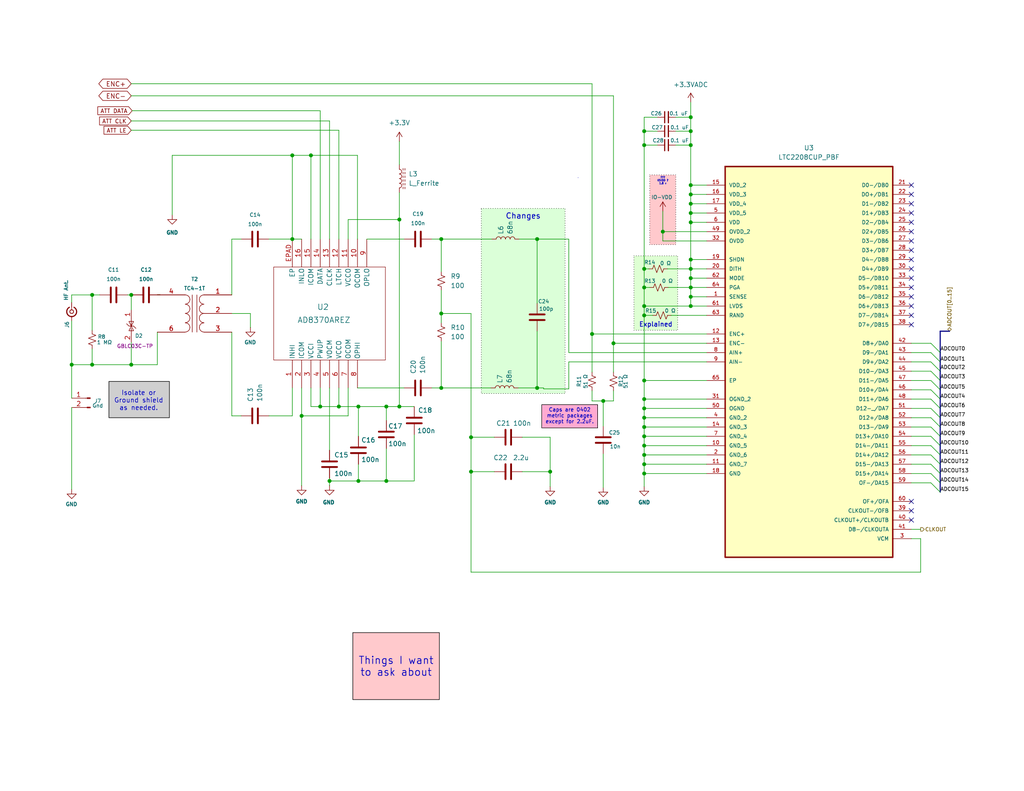
<source format=kicad_sch>
(kicad_sch (version 20231120) (generator "eeschema") (generator_version "8.0")
  (paper "A")
  (title_block (title "PSWS-HF103-proto") (date "2025-06-23") (rev "0.1.0") (company "Dave Witten, KD0EAG") (comment 2 "[ A Minimalist Rework of HF-103 designed by Oskar Stella, ik1xpv ]") (comment 3 "Infineon/Cypress  FX3 DevKit and LTC2208 Demo modules") (comment 4 "A development straw-man based on the"))
  (lib_symbols
    (symbol "AD8370:AD8370AREZ" (pin_names (offset 0.254))
      (property "Reference" "U" (at 20.32 10.16 0))
      (property "Value" "AD8370AREZ" (at 20.32 7.62 0))
      (symbol "AD8370AREZ_0_1"
        (polyline (pts (xy 7.62 -25.4) (xy 33.02 -25.4)) (stroke (width 0.127)))
        (polyline (pts (xy 7.62 5.08) (xy 7.62 -25.4)) (stroke (width 0.127)))
        (polyline (pts (xy 33.02 -25.4) (xy 33.02 5.08)) (stroke (width 0.127)))
        (polyline (pts (xy 33.02 5.08) (xy 7.62 5.08)) (stroke (width 0.127)))
        (pin unspecified line (at 0 0 0) (length 7.62) (name "INHI") (number "1"))
        (pin unspecified line (at 40.64 -17.78 180) (length 7.62) (name "OCOM") (number "10"))
        (pin power_in line (at 40.64 -15.24 180) (length 7.62) (name "VCCO") (number "11"))
        (pin unspecified line (at 40.64 -12.7 180) (length 7.62) (name "LTCH") (number "12"))
        (pin unspecified line (at 40.64 -10.16 180) (length 7.62) (name "CLCK") (number "13"))
        (pin unspecified line (at 40.64 -7.62 180) (length 7.62) (name "DATA") (number "14"))
        (pin unspecified line (at 40.64 -5.08 180) (length 7.62) (name "ICOM") (number "15"))
        (pin unspecified line (at 40.64 -2.54 180) (length 7.62) (name "INLO") (number "16"))
        (pin unspecified line (at 0 -2.54 0) (length 7.62) (name "ICOM") (number "2"))
        (pin power_in line (at 0 -5.08 0) (length 7.62) (name "VCCI") (number "3"))
        (pin unspecified line (at 0 -7.62 0) (length 7.62) (name "PWUP") (number "4"))
        (pin unspecified line (at 0 -10.16 0) (length 7.62) (name "VOCM") (number "5"))
        (pin power_in line (at 0 -12.7 0) (length 7.62) (name "VCCO") (number "6"))
        (pin unspecified line (at 0 -15.24 0) (length 7.62) (name "OCOM") (number "7"))
        (pin unspecified line (at 0 -17.78 0) (length 7.62) (name "OPHI") (number "8"))
        (pin unspecified line (at 40.64 -20.32 180) (length 7.62) (name "OPLO") (number "9"))
        (pin unspecified line (at 40.64 0 180) (length 7.62) (name "EP") (number "EPAD"))
      )
    )
    (symbol "Connector:Conn_01x02_Pin" (pin_names (offset 1.016) hide)
      (property "Reference" "J" (at 0 2.54 0))
      (property "Value" "Conn_01x02_Pin" (at 0 -5.08 0))
      (symbol "Conn_01x02_Pin_1_1"
        (polyline (pts (xy 1.27 -2.54) (xy 0.8636 -2.54)) (stroke (width 0.1524)))
        (polyline (pts (xy 1.27 0) (xy 0.8636 0)) (stroke (width 0.1524)))
        (rectangle (start 0.8636 -2.413) (end 0 -2.667) (stroke (width 0.1524)) (fill (type outline)))
        (rectangle (start 0.8636 0.127) (end 0 -0.127) (stroke (width 0.1524)) (fill (type outline)))
        (pin passive line (at 5.08 0 180) (length 3.81) (name "Pin_1") (number "1"))
        (pin passive line (at 5.08 -2.54 180) (length 3.81) (name "Pin_2") (number "2"))
      )
    )
    (symbol "Connector:Conn_Coaxial_Small" (pin_numbers hide) (pin_names (offset 1.016) hide)
      (property "Reference" "J" (at 0.254 3.048 0))
      (property "Value" "Conn_Coaxial_Small" (at 0 -3.81 0))
      (symbol "Conn_Coaxial_Small_0_1"
        (polyline (pts (xy -2.54 0) (xy -0.508 0)))
        (circle (center 0 0) (radius 0.508) (stroke (width 0.2032)))
      )
      (symbol "Conn_Coaxial_Small_1_1"
        (arc (start -1.1916 -0.6311) (mid 0.327 -1.3081) (end 1.3484 0.0039) (stroke (width 0.3048)))
        (arc (start 1.3484 -0.0039) (mid 0.327 1.3081) (end -1.1916 0.6311) (stroke (width 0.3048)))
        (pin passive line (at -2.54 0 0) (length 1.27) (name "In") (number "1"))
        (pin passive line (at 2.54 0 180) (length 1.27) (name "Ext") (number "2"))
      )
    )
    (symbol "Device:C" (pin_numbers hide) (pin_names (offset 0.254))
      (property "Reference" "C" (at 0.635 2.54 0))
      (property "Value" "C" (at 0.635 -2.54 0))
      (symbol "C_0_1"
        (polyline (pts (xy -2.032 -0.762) (xy 2.032 -0.762)) (stroke (width 0.508)))
        (polyline (pts (xy -2.032 0.762) (xy 2.032 0.762)) (stroke (width 0.508)))
      )
      (symbol "C_1_1"
        (pin passive line (at 0 3.81 270) (length 2.794) (name "~") (number "1"))
        (pin passive line (at 0 -3.81 90) (length 2.794) (name "~") (number "2"))
      )
    )
    (symbol "Device:C_Small" (pin_numbers hide) (pin_names (offset 0.254) hide)
      (property "Reference" "C" (at 0.254 1.778 0))
      (property "Value" "C_Small" (at 0.254 -2.032 0))
      (symbol "C_Small_0_1"
        (polyline (pts (xy -1.524 -0.508) (xy 1.524 -0.508)) (stroke (width 0.3302)))
        (polyline (pts (xy -1.524 0.508) (xy 1.524 0.508)) (stroke (width 0.3048)))
      )
      (symbol "C_Small_1_1"
        (pin passive line (at 0 2.54 270) (length 2.032) (name "~") (number "1"))
        (pin passive line (at 0 -2.54 90) (length 2.032) (name "~") (number "2"))
      )
    )
    (symbol "Device:L" (pin_numbers hide) (pin_names (offset 1.016) hide)
      (property "Reference" "L" (at -1.27 0 90))
      (property "Value" "L" (at 1.905 0 90))
      (symbol "L_0_1"
        (arc (start 0 -2.54) (mid 0.6323 -1.905) (end 0 -1.27))
        (arc (start 0 -1.27) (mid 0.6323 -0.635) (end 0 0))
        (arc (start 0 0) (mid 0.6323 0.635) (end 0 1.27))
        (arc (start 0 1.27) (mid 0.6323 1.905) (end 0 2.54))
      )
      (symbol "L_1_1"
        (pin passive line (at 0 3.81 270) (length 1.27) (name "1") (number "1"))
        (pin passive line (at 0 -3.81 90) (length 1.27) (name "2") (number "2"))
      )
    )
    (symbol "Device:L_Ferrite" (pin_numbers hide) (pin_names (offset 1.016) hide)
      (property "Reference" "L" (at -1.27 0 90))
      (property "Value" "L_Ferrite" (at 2.794 0 90))
      (symbol "L_Ferrite_0_1"
        (arc (start 0 -2.54) (mid 0.6323 -1.905) (end 0 -1.27))
        (arc (start 0 -1.27) (mid 0.6323 -0.635) (end 0 0))
        (polyline (pts (xy 1.016 -2.794) (xy 1.016 -2.286)))
        (polyline (pts (xy 1.016 -1.778) (xy 1.016 -1.27)))
        (polyline (pts (xy 1.016 -0.762) (xy 1.016 -0.254)))
        (polyline (pts (xy 1.016 0.254) (xy 1.016 0.762)))
        (polyline (pts (xy 1.016 1.27) (xy 1.016 1.778)))
        (polyline (pts (xy 1.016 2.286) (xy 1.016 2.794)))
        (polyline (pts (xy 1.524 -2.286) (xy 1.524 -2.794)))
        (polyline (pts (xy 1.524 -1.27) (xy 1.524 -1.778)))
        (polyline (pts (xy 1.524 -0.254) (xy 1.524 -0.762)))
        (polyline (pts (xy 1.524 0.762) (xy 1.524 0.254)))
        (polyline (pts (xy 1.524 1.778) (xy 1.524 1.27)))
        (polyline (pts (xy 1.524 2.794) (xy 1.524 2.286)))
        (arc (start 0 0) (mid 0.6323 0.635) (end 0 1.27))
        (arc (start 0 1.27) (mid 0.6323 1.905) (end 0 2.54))
      )
      (symbol "L_Ferrite_1_1"
        (pin passive line (at 0 3.81 270) (length 1.27) (name "1") (number "1"))
        (pin passive line (at 0 -3.81 90) (length 1.27) (name "2") (number "2"))
      )
    )
    (symbol "Device:R_Small_US" (pin_numbers hide) (pin_names (offset 0.254) hide)
      (property "Reference" "R" (at 0.762 0.508 0))
      (property "Value" "R_Small_US" (at 0.762 -1.016 0))
      (symbol "R_Small_US_1_1"
        (polyline (pts (xy 0 0) (xy 1.016 -0.381) (xy 0 -0.762) (xy -1.016 -1.143) (xy 0 -1.524)))
        (polyline (pts (xy 0 1.524) (xy 1.016 1.143) (xy 0 0.762) (xy -1.016 0.381) (xy 0 0)))
        (pin passive line (at 0 2.54 270) (length 1.016) (name "~") (number "1"))
        (pin passive line (at 0 -2.54 90) (length 1.016) (name "~") (number "2"))
      )
    )
    (symbol "GBLC03C:GBLC03-TP" (pin_names hide)
      (property "Reference" "D" (at -0.762 2.794 0))
      (symbol "GBLC03-TP_0_0"
        (pin passive line (at -2.54 -3.81 90) (length 2.54) (name "A") (number "2"))
      )
      (symbol "GBLC03-TP_0_1"
        (polyline (pts (xy -2.54 0) (xy -2.54 -1.27)))
        (polyline (pts (xy -2.54 2.54) (xy -2.54 0.635)))
        (polyline (pts (xy -3.81 1.27) (xy -3.175 0.635) (xy -1.905 0.635) (xy -1.27 0)))
        (polyline (pts (xy -2.54 0.635) (xy -1.905 -0.635) (xy -3.175 -0.635) (xy -2.54 0.635)))
        (polyline (pts (xy -2.54 0.635) (xy -3.175 1.905) (xy -1.905 1.905) (xy -2.54 0.635) (xy -2.54 1.27)))
      )
      (symbol "GBLC03-TP_1_1"
        (pin passive line (at -2.54 5.08 270) (length 2.54) (name "K") (number "1"))
      )
    )
    (symbol "LTC2208:LTC2208CUP_PBF" (pin_names (offset 1.016))
      (property "Reference" "U" (at -5.5688 53.4505 0))
      (property "Value" "LTC2208CUP_PBF" (at -6.7878 -59.9204 0))
      (symbol "LTC2208CUP_PBF_0_0"
        (rectangle (start -22.86 -55.88) (end 22.86 50.8) (stroke (width 0.4064)) (fill (type background)))
        (pin input line (at -27.94 15.24 0) (length 5.08) (name "SENSE") (number "1"))
        (pin passive line (at -27.94 -25.4 0) (length 5.08) (name "GND_5") (number "10"))
        (pin passive line (at -27.94 -30.48 0) (length 5.08) (name "GND_7") (number "11"))
        (pin input line (at -27.94 5.08 0) (length 5.08) (name "ENC+") (number "12"))
        (pin input line (at -27.94 2.54 0) (length 5.08) (name "ENC-") (number "13"))
        (pin passive line (at -27.94 -20.32 0) (length 5.08) (name "GND_3") (number "14"))
        (pin power_in line (at -27.94 45.72 0) (length 5.08) (name "VDD_2") (number "15"))
        (pin power_in line (at -27.94 43.18 0) (length 5.08) (name "VDD_3") (number "16"))
        (pin power_in line (at -27.94 40.64 0) (length 5.08) (name "VDD_4") (number "17"))
        (pin passive line (at -27.94 -33.02 0) (length 5.08) (name "GND") (number "18"))
        (pin input line (at -27.94 25.4 0) (length 5.08) (name "SHDN") (number "19"))
        (pin passive line (at -27.94 -27.94 0) (length 5.08) (name "GND_6") (number "2"))
        (pin input line (at -27.94 22.86 0) (length 5.08) (name "DITH") (number "20"))
        (pin output line (at 27.94 45.72 180) (length 5.08) (name "D0-/DB0") (number "21"))
        (pin output line (at 27.94 43.18 180) (length 5.08) (name "DO+/DB1") (number "22"))
        (pin output line (at 27.94 40.64 180) (length 5.08) (name "D1-/DB2") (number "23"))
        (pin output line (at 27.94 38.1 180) (length 5.08) (name "D1+/DB3") (number "24"))
        (pin output line (at 27.94 35.56 180) (length 5.08) (name "D2-/DB4") (number "25"))
        (pin output line (at 27.94 33.02 180) (length 5.08) (name "D2+/DB5") (number "26"))
        (pin output line (at 27.94 30.48 180) (length 5.08) (name "D3-/DB6") (number "27"))
        (pin output line (at 27.94 27.94 180) (length 5.08) (name "D3+/DB7") (number "28"))
        (pin output line (at 27.94 25.4 180) (length 5.08) (name "D4-/DB8") (number "29"))
        (pin output line (at 27.94 -50.8 180) (length 5.08) (name "VCM") (number "3"))
        (pin output line (at 27.94 22.86 180) (length 5.08) (name "D4+/DB9") (number "30"))
        (pin passive line (at -27.94 -12.7 0) (length 5.08) (name "OGND_2") (number "31"))
        (pin power_in line (at -27.94 30.48 0) (length 5.08) (name "OVDD") (number "32"))
        (pin output line (at 27.94 20.32 180) (length 5.08) (name "D5-/DB10") (number "33"))
        (pin output line (at 27.94 17.78 180) (length 5.08) (name "D5+/DB11") (number "34"))
        (pin output line (at 27.94 15.24 180) (length 5.08) (name "D6-/DB12") (number "35"))
        (pin output line (at 27.94 12.7 180) (length 5.08) (name "D6+/DB13") (number "36"))
        (pin output line (at 27.94 10.16 180) (length 5.08) (name "D7-/DB14") (number "37"))
        (pin output line (at 27.94 7.62 180) (length 5.08) (name "D7+/DB15") (number "38"))
        (pin output line (at 27.94 -43.18 180) (length 5.08) (name "CLKOUT-/OFB") (number "39"))
        (pin passive line (at -27.94 -17.78 0) (length 5.08) (name "GND_2") (number "4"))
        (pin output line (at 27.94 -45.72 180) (length 5.08) (name "CLKOUT+/CLKOUTB") (number "40"))
        (pin output line (at 27.94 -48.26 180) (length 5.08) (name "D8-/CLKOUTA") (number "41"))
        (pin output line (at 27.94 2.54 180) (length 5.08) (name "D8+/DA0") (number "42"))
        (pin output line (at 27.94 0 180) (length 5.08) (name "D9-/DA1") (number "43"))
        (pin output line (at 27.94 -2.54 180) (length 5.08) (name "D9+/DA2") (number "44"))
        (pin output line (at 27.94 -5.08 180) (length 5.08) (name "D10-/DA3") (number "45"))
        (pin output line (at 27.94 -10.16 180) (length 5.08) (name "D10+/DA4") (number "46"))
        (pin output line (at 27.94 -7.62 180) (length 5.08) (name "D11-/DA5") (number "47"))
        (pin output line (at 27.94 -12.7 180) (length 5.08) (name "D11+/DA6") (number "48"))
        (pin power_in line (at -27.94 33.02 0) (length 5.08) (name "OVDD_2") (number "49"))
        (pin power_in line (at -27.94 38.1 0) (length 5.08) (name "VDD_5") (number "5"))
        (pin passive line (at -27.94 -15.24 0) (length 5.08) (name "OGND") (number "50"))
        (pin output line (at 27.94 -15.24 180) (length 5.08) (name "D12-_/DA7") (number "51"))
        (pin output line (at 27.94 -17.78 180) (length 5.08) (name "D12+/DA8") (number "52"))
        (pin output line (at 27.94 -20.32 180) (length 5.08) (name "D13-/DA9") (number "53"))
        (pin output line (at 27.94 -22.86 180) (length 5.08) (name "D13+/DA10") (number "54"))
        (pin output line (at 27.94 -25.4 180) (length 5.08) (name "D14-/DA11") (number "55"))
        (pin output line (at 27.94 -27.94 180) (length 5.08) (name "D14+/DA12") (number "56"))
        (pin output line (at 27.94 -30.48 180) (length 5.08) (name "D15-/DA13") (number "57"))
        (pin output line (at 27.94 -33.02 180) (length 5.08) (name "D15+/DA14") (number "58"))
        (pin output line (at 27.94 -35.56 180) (length 5.08) (name "OF-/DA15") (number "59"))
        (pin power_in line (at -27.94 35.56 0) (length 5.08) (name "VDD") (number "6"))
        (pin output line (at 27.94 -40.64 180) (length 5.08) (name "OF+/OFA") (number "60"))
        (pin input line (at -27.94 12.7 0) (length 5.08) (name "LVDS") (number "61"))
        (pin input line (at -27.94 20.32 0) (length 5.08) (name "MODE") (number "62"))
        (pin output line (at -27.94 10.16 0) (length 5.08) (name "RAND") (number "63"))
        (pin input line (at -27.94 17.78 0) (length 5.08) (name "PGA") (number "64"))
        (pin passive line (at -27.94 -7.62 0) (length 5.08) (name "EP") (number "65"))
        (pin passive line (at -27.94 -22.86 0) (length 5.08) (name "GND_4") (number "7"))
        (pin input line (at -27.94 0 0) (length 5.08) (name "AIN+") (number "8"))
        (pin input line (at -27.94 -2.54 0) (length 5.08) (name "AIN-") (number "9"))
      )
    )
    (symbol "TC4-1T:Transformer_1P_SS" (pin_names (offset 1.016) hide)
      (property "Reference" "T" (at 0 6.35 0))
      (property "Value" "TC4-1T" (at 0 -7.62 0))
      (symbol "Transformer_1P_SS_0_1"
        (arc (start -2.54 -5.0546) (mid -1.6599 -4.6901) (end -1.27 -3.81))
        (arc (start -2.54 -2.5146) (mid -1.6599 -2.1501) (end -1.27 -1.27))
        (arc (start -2.54 0.0254) (mid -1.6599 0.3899) (end -1.27 1.27))
        (arc (start -2.54 2.5654) (mid -1.6599 2.9299) (end -1.27 3.81))
        (arc (start -1.27 -3.81) (mid -1.642 -2.912) (end -2.54 -2.54))
        (arc (start -1.27 -1.27) (mid -1.642 -0.372) (end -2.54 0))
        (arc (start -1.27 1.27) (mid -1.642 2.168) (end -2.54 2.54))
        (arc (start -1.27 3.81) (mid -1.642 4.708) (end -2.54 5.08))
        (polyline (pts (xy -0.635 5.08) (xy -0.635 -5.08)))
        (polyline (pts (xy 0.635 -5.08) (xy 0.635 5.08)))
        (arc (start 1.2954 -1.27) (mid 1.6599 -2.1501) (end 2.54 -2.5146))
        (arc (start 1.2954 1.27) (mid 1.6599 0.3899) (end 2.54 0.0254))
        (arc (start 1.2954 3.81) (mid 1.6599 2.9299) (end 2.54 2.5654))
        (arc (start 1.3208 -3.81) (mid 1.6853 -4.6901) (end 2.5654 -5.0546))
        (arc (start 2.54 0) (mid 1.642 -0.372) (end 1.2954 -1.27))
        (arc (start 2.54 2.54) (mid 1.642 2.168) (end 1.2954 1.27))
        (arc (start 2.54 5.08) (mid 1.642 4.708) (end 1.2954 3.81))
        (arc (start 2.5654 -2.54) (mid 1.6674 -2.912) (end 1.3208 -3.81))
      )
      (symbol "Transformer_1P_SS_1_1"
        (pin passive line (at 10.16 5.08 180) (length 7.62) (name "SB") (number "1"))
        (pin passive line (at 10.16 0 180) (length 7.62) (name "SC") (number "2"))
        (pin passive line (at 10.16 -5.08 180) (length 7.62) (name "SA") (number "3"))
        (pin passive line (at -10.16 5.08 0) (length 7.62) (name "AA") (number "4"))
        (pin passive line (at -10.16 -5.08 0) (length 7.62) (name "AB") (number "6"))
      )
    )
    (symbol "power:+1V8" (power) (pin_numbers hide) (pin_names (offset 0) hide)
      (property "Value" "+1V8" (at 0 3.556 0))
      (symbol "+1V8_0_1"
        (polyline (pts (xy -0.762 1.27) (xy 0 2.54)))
        (polyline (pts (xy 0 0) (xy 0 2.54)))
        (polyline (pts (xy 0 2.54) (xy 0.762 1.27)))
      )
      (symbol "+1V8_1_1"
        (pin power_in line (at 0 0 90) (length 0) (name "~") (number "1"))
      )
    )
    (symbol "power:+3.3V" (power) (pin_numbers hide) (pin_names (offset 0) hide)
      (property "Value" "+3.3V" (at 0 3.556 0))
      (symbol "+3.3V_0_1"
        (polyline (pts (xy -0.762 1.27) (xy 0 2.54)))
        (polyline (pts (xy 0 0) (xy 0 2.54)))
        (polyline (pts (xy 0 2.54) (xy 0.762 1.27)))
      )
      (symbol "+3.3V_1_1"
        (pin power_in line (at 0 0 90) (length 0) (name "~") (number "1"))
      )
    )
    (symbol "power:+3.3VADC" (power) (pin_numbers hide) (pin_names (offset 0) hide)
      (property "Value" "+3.3VADC" (at 0 3.556 0))
      (symbol "+3.3VADC_0_0"
        (pin power_in line (at 0 0 90) (length 0) (name "~") (number "1"))
      )
      (symbol "+3.3VADC_0_1"
        (polyline (pts (xy -0.762 1.27) (xy 0 2.54)))
        (polyline (pts (xy 0 0) (xy 0 2.54)))
        (polyline (pts (xy 0 2.54) (xy 0.762 1.27)))
      )
    )
    (symbol "power:GND" (power) (pin_numbers hide) (pin_names (offset 0) hide)
      (property "Value" "GND" (at 0 -3.81 0))
      (symbol "GND_0_1"
        (polyline (pts (xy 0 0) (xy 0 -1.27) (xy 1.27 -1.27) (xy 0 -2.54) (xy -1.27 -1.27) (xy 0 -1.27)))
      )
      (symbol "GND_1_1"
        (pin power_in line (at 0 0 270) (length 0) (name "~") (number "1"))
      )
    )
  )
  (junction (at 89.916 131.318))
  (junction (at 128.524 119.38))
  (junction (at 146.558 105.918))
  (junction (at 188.468 81.026))
  (junction (at 175.768 35.814))
  (junction (at 120.396 85.598))
  (junction (at 84.836 42.418))
  (junction (at 188.468 53.086))
  (junction (at 175.768 124.206))
  (junction (at 25.146 80.518))
  (junction (at 167.386 93.726))
  (junction (at 150.114 128.778))
  (junction (at 108.966 59.944))
  (junction (at 175.768 121.666))
  (junction (at 175.768 108.966))
  (junction (at 87.376 110.998))
  (junction (at 188.468 39.624))
  (junction (at 175.768 103.886))
  (junction (at 175.768 83.566))
  (junction (at 175.768 119.126))
  (junction (at 108.966 110.998))
  (junction (at 188.468 50.546))
  (junction (at 175.768 78.486))
  (junction (at 188.468 70.866))
  (junction (at 175.768 86.106))
  (junction (at 175.768 73.406))
  (junction (at 188.468 78.486))
  (junction (at 175.768 39.624))
  (junction (at 120.396 105.918))
  (junction (at 188.468 60.706))
  (junction (at 25.146 99.568))
  (junction (at 188.468 75.946))
  (junction (at 35.814 99.568))
  (junction (at 120.396 65.278))
  (junction (at 188.468 32.004))
  (junction (at 188.468 58.166))
  (junction (at 188.468 55.626))
  (junction (at 161.544 91.186))
  (junction (at 128.524 128.778))
  (junction (at 146.558 65.278))
  (junction (at 188.468 35.814))
  (junction (at 97.79 131.318))
  (junction (at 19.558 99.568))
  (junction (at 175.768 114.046))
  (junction (at 82.296 113.538))
  (junction (at 188.468 83.566))
  (junction (at 175.768 111.506))
  (junction (at 97.79 110.998))
  (junction (at 92.456 110.998))
  (junction (at 79.756 65.278))
  (junction (at 180.848 63.246))
  (junction (at 188.468 73.406))
  (junction (at 35.814 80.518))
  (junction (at 175.768 116.586))
  (junction (at 175.768 126.746))
  (junction (at 105.41 131.318))
  (junction (at 175.768 129.286))
  (junction (at 105.41 110.998))
  (junction (at 164.592 109.474))
  (junction (at 79.756 42.418))
  (no_connect (at 248.666 83.566))
  (no_connect (at 248.666 88.646))
  (no_connect (at 248.666 75.946))
  (no_connect (at 248.666 65.786))
  (no_connect (at 248.666 81.026))
  (no_connect (at 248.666 60.706))
  (no_connect (at 248.666 86.106))
  (no_connect (at 248.666 78.486))
  (no_connect (at 248.666 141.986))
  (no_connect (at 248.666 55.626))
  (no_connect (at 248.666 68.326))
  (no_connect (at 248.666 58.166))
  (no_connect (at 248.666 136.906))
  (no_connect (at 248.666 63.246))
  (no_connect (at 248.666 73.406))
  (no_connect (at 248.666 70.866))
  (no_connect (at 248.666 50.546))
  (no_connect (at 248.666 139.446))
  (no_connect (at 248.666 53.086))
  (bus_entry (at 256.54 119.126) (size -2.54 -2.54))
  (bus_entry (at 256.54 103.886) (size -2.54 -2.54))
  (bus_entry (at 256.54 111.506) (size -2.54 -2.54))
  (bus_entry (at 256.54 101.346) (size -2.54 -2.54))
  (bus_entry (at 256.54 126.746) (size -2.54 -2.54))
  (bus_entry (at 256.54 121.666) (size -2.54 -2.54))
  (bus_entry (at 256.54 108.966) (size -2.54 -2.54))
  (bus_entry (at 256.54 106.426) (size -2.54 -2.54))
  (bus_entry (at 256.54 96.266) (size -2.54 -2.54))
  (bus_entry (at 256.54 98.806) (size -2.54 -2.54))
  (bus_entry (at 256.54 129.286) (size -2.54 -2.54))
  (bus_entry (at 256.54 131.826) (size -2.54 -2.54))
  (bus_entry (at 256.54 134.366) (size -2.54 -2.54))
  (bus_entry (at 256.54 124.206) (size -2.54 -2.54))
  (bus_entry (at 256.54 116.586) (size -2.54 -2.54))
  (bus_entry (at 256.54 114.046) (size -2.54 -2.54))
  (wire (pts (xy 175.768 103.886) (xy 192.786 103.886)))
  (wire (pts (xy 92.456 110.998) (xy 87.376 110.998)))
  (bus (pts (xy 256.54 116.586) (xy 256.54 114.046)))
  (wire (pts (xy 97.536 65.278) (xy 97.536 42.418)))
  (wire (pts (xy 175.768 83.566) (xy 175.768 86.106)))
  (wire (pts (xy 146.558 105.918) (xy 148.336 105.918)))
  (wire (pts (xy 175.768 103.886) (xy 175.768 108.966)))
  (wire (pts (xy 175.768 116.586) (xy 192.786 116.586)))
  (wire (pts (xy 161.544 109.474) (xy 164.592 109.474)))
  (wire (pts (xy 108.966 59.944) (xy 108.966 110.998)))
  (wire (pts (xy 142.494 119.38) (xy 150.114 119.38)))
  (wire (pts (xy 184.404 39.624) (xy 188.468 39.624)))
  (wire (pts (xy 188.468 27.94) (xy 188.468 32.004)))
  (wire (pts (xy 35.814 33.02) (xy 89.916 33.02)))
  (wire (pts (xy 120.396 79.248) (xy 120.396 85.598)))
  (wire (pts (xy 175.768 126.746) (xy 192.786 126.746)))
  (wire (pts (xy 63.246 65.278) (xy 63.246 80.518)))
  (bus (pts (xy 256.54 134.366) (xy 256.54 131.826)))
  (wire (pts (xy 188.468 81.026) (xy 188.468 83.566)))
  (bus (pts (xy 256.54 98.806) (xy 256.54 96.266)))
  (wire (pts (xy 248.666 106.426) (xy 254 106.426)))
  (wire (pts (xy 128.524 128.778) (xy 128.524 156.21)))
  (wire (pts (xy 188.468 55.626) (xy 192.786 55.626)))
  (wire (pts (xy 97.79 131.318) (xy 105.41 131.318)))
  (wire (pts (xy 188.468 58.166) (xy 192.786 58.166)))
  (wire (pts (xy 134.874 119.38) (xy 128.524 119.38)))
  (wire (pts (xy 120.396 85.598) (xy 120.396 88.138)))
  (wire (pts (xy 248.666 111.506) (xy 254 111.506)))
  (wire (pts (xy 113.03 118.618) (xy 113.03 131.318)))
  (wire (pts (xy 25.146 80.518) (xy 25.146 90.17)))
  (wire (pts (xy 120.396 105.918) (xy 117.856 105.918)))
  (wire (pts (xy 248.666 116.586) (xy 254 116.586)))
  (wire (pts (xy 175.768 86.106) (xy 175.768 103.886)))
  (wire (pts (xy 108.966 52.578) (xy 108.966 59.944)))
  (wire (pts (xy 155.194 96.266) (xy 155.194 65.278)))
  (wire (pts (xy 248.666 93.726) (xy 254 93.726)))
  (wire (pts (xy 248.666 119.126) (xy 254 119.126)))
  (wire (pts (xy 192.786 63.246) (xy 180.848 63.246)))
  (wire (pts (xy 108.966 110.998) (xy 113.03 110.998)))
  (bus (pts (xy 256.54 106.426) (xy 256.54 103.886)))
  (wire (pts (xy 35.814 80.518) (xy 36.068 80.518)))
  (wire (pts (xy 167.386 26.162) (xy 35.814 26.162)))
  (wire (pts (xy 42.926 90.678) (xy 42.926 99.568)))
  (wire (pts (xy 79.756 42.418) (xy 79.756 65.278)))
  (wire (pts (xy 94.996 65.278) (xy 94.996 59.944)))
  (wire (pts (xy 87.376 30.226) (xy 87.376 65.278)))
  (wire (pts (xy 167.386 93.726) (xy 192.786 93.726)))
  (bus (pts (xy 256.54 129.286) (xy 256.54 126.746)))
  (wire (pts (xy 34.798 80.518) (xy 35.814 80.518)))
  (wire (pts (xy 188.468 70.866) (xy 192.786 70.866)))
  (wire (pts (xy 175.768 111.506) (xy 175.768 114.046)))
  (wire (pts (xy 248.666 131.826) (xy 254 131.826)))
  (wire (pts (xy 19.558 111.252) (xy 19.558 133.604)))
  (wire (pts (xy 36.068 30.226) (xy 87.376 30.226)))
  (wire (pts (xy 188.468 78.486) (xy 188.468 81.026)))
  (wire (pts (xy 175.768 39.624) (xy 179.324 39.624)))
  (wire (pts (xy 120.396 65.278) (xy 134.112 65.278)))
  (wire (pts (xy 97.79 126.746) (xy 97.79 131.318)))
  (wire (pts (xy 164.592 109.474) (xy 167.386 109.474)))
  (wire (pts (xy 161.544 91.186) (xy 161.544 101.6)))
  (wire (pts (xy 248.666 108.966) (xy 254 108.966)))
  (wire (pts (xy 188.468 75.946) (xy 192.786 75.946)))
  (wire (pts (xy 63.246 113.538) (xy 65.786 113.538)))
  (wire (pts (xy 188.468 75.946) (xy 188.468 78.486)))
  (wire (pts (xy 63.246 65.278) (xy 65.786 65.278)))
  (wire (pts (xy 167.386 93.726) (xy 167.386 101.6)))
  (wire (pts (xy 175.768 124.206) (xy 192.786 124.206)))
  (wire (pts (xy 100.076 65.278) (xy 110.236 65.278)))
  (wire (pts (xy 188.468 70.866) (xy 188.468 73.406)))
  (wire (pts (xy 35.814 99.568) (xy 42.926 99.568)))
  (bus (pts (xy 256.54 119.126) (xy 256.54 116.586)))
  (wire (pts (xy 150.114 128.778) (xy 150.114 132.842)))
  (wire (pts (xy 19.558 87.63) (xy 19.558 99.568)))
  (wire (pts (xy 188.468 60.706) (xy 188.468 70.866)))
  (wire (pts (xy 97.536 105.918) (xy 110.236 105.918)))
  (wire (pts (xy 188.468 73.406) (xy 188.468 75.946)))
  (wire (pts (xy 188.468 81.026) (xy 192.786 81.026)))
  (wire (pts (xy 175.768 73.406) (xy 177.038 73.406)))
  (wire (pts (xy 175.768 73.406) (xy 175.768 78.486)))
  (wire (pts (xy 175.768 108.966) (xy 175.768 111.506)))
  (wire (pts (xy 97.79 110.998) (xy 105.41 110.998)))
  (wire (pts (xy 63.246 113.538) (xy 63.246 90.678)))
  (wire (pts (xy 188.468 83.566) (xy 192.786 83.566)))
  (wire (pts (xy 27.178 80.518) (xy 25.146 80.518)))
  (wire (pts (xy 128.524 85.598) (xy 128.524 119.38)))
  (wire (pts (xy 97.79 110.998) (xy 92.456 110.998)))
  (wire (pts (xy 19.558 99.568) (xy 19.558 108.712)))
  (wire (pts (xy 161.544 91.186) (xy 192.786 91.186)))
  (bus (pts (xy 256.54 124.206) (xy 256.54 121.666)))
  (wire (pts (xy 89.916 131.318) (xy 97.79 131.318)))
  (wire (pts (xy 182.118 73.406) (xy 188.468 73.406)))
  (wire (pts (xy 167.386 26.162) (xy 167.386 93.726)))
  (bus (pts (xy 256.54 114.046) (xy 256.54 111.506)))
  (wire (pts (xy 120.396 105.918) (xy 133.858 105.918)))
  (wire (pts (xy 146.558 90.424) (xy 146.558 105.918)))
  (wire (pts (xy 89.916 131.318) (xy 89.916 132.588)))
  (wire (pts (xy 175.768 126.746) (xy 175.768 129.286)))
  (wire (pts (xy 84.836 105.918) (xy 84.836 110.998)))
  (wire (pts (xy 141.732 65.278) (xy 146.558 65.278)))
  (wire (pts (xy 128.524 119.38) (xy 128.524 128.778)))
  (wire (pts (xy 97.79 110.998) (xy 97.79 119.126)))
  (wire (pts (xy 35.814 80.518) (xy 35.814 84.582)))
  (wire (pts (xy 248.666 96.266) (xy 254 96.266)))
  (wire (pts (xy 248.666 124.206) (xy 254 124.206)))
  (wire (pts (xy 188.468 60.706) (xy 192.786 60.706)))
  (wire (pts (xy 248.666 129.286) (xy 254 129.286)))
  (wire (pts (xy 25.146 99.568) (xy 35.814 99.568)))
  (wire (pts (xy 82.296 105.918) (xy 82.296 113.538)))
  (wire (pts (xy 188.468 73.406) (xy 192.786 73.406)))
  (wire (pts (xy 89.916 105.918) (xy 89.916 122.936)))
  (wire (pts (xy 188.468 50.546) (xy 192.786 50.546)))
  (wire (pts (xy 248.666 121.666) (xy 254 121.666)))
  (wire (pts (xy 134.874 128.778) (xy 128.524 128.778)))
  (wire (pts (xy 248.666 103.886) (xy 254 103.886)))
  (wire (pts (xy 184.404 32.004) (xy 188.468 32.004)))
  (wire (pts (xy 63.246 85.598) (xy 68.326 85.598)))
  (wire (pts (xy 175.768 83.566) (xy 188.468 83.566)))
  (bus (pts (xy 256.54 126.746) (xy 256.54 124.206)))
  (wire (pts (xy 120.396 85.598) (xy 128.524 85.598)))
  (wire (pts (xy 188.468 35.814) (xy 188.468 39.624)))
  (wire (pts (xy 188.468 53.086) (xy 192.786 53.086)))
  (wire (pts (xy 183.134 86.106) (xy 192.786 86.106)))
  (wire (pts (xy 105.41 110.998) (xy 108.966 110.998)))
  (wire (pts (xy 146.558 65.278) (xy 155.194 65.278)))
  (bus (pts (xy 256.54 96.266) (xy 256.54 90.424)))
  (wire (pts (xy 175.768 35.814) (xy 175.768 39.624)))
  (wire (pts (xy 175.768 39.624) (xy 175.768 73.406)))
  (wire (pts (xy 87.376 110.998) (xy 84.836 110.998)))
  (wire (pts (xy 120.396 65.278) (xy 117.856 65.278)))
  (wire (pts (xy 175.768 124.206) (xy 175.768 126.746)))
  (wire (pts (xy 150.114 128.778) (xy 150.114 119.38)))
  (wire (pts (xy 105.41 122.428) (xy 105.41 131.318)))
  (wire (pts (xy 141.478 105.918) (xy 146.558 105.918)))
  (wire (pts (xy 161.544 22.86) (xy 35.814 22.86)))
  (wire (pts (xy 188.468 39.624) (xy 188.468 50.546)))
  (wire (pts (xy 164.592 109.474) (xy 164.592 116.332)))
  (wire (pts (xy 175.768 78.486) (xy 177.292 78.486)))
  (wire (pts (xy 155.194 98.806) (xy 192.786 98.806)))
  (wire (pts (xy 175.768 78.486) (xy 175.768 83.566)))
  (wire (pts (xy 84.836 65.278) (xy 84.836 42.418)))
  (wire (pts (xy 175.768 121.666) (xy 192.786 121.666)))
  (wire (pts (xy 251.206 147.066) (xy 251.206 156.21)))
  (wire (pts (xy 105.41 131.318) (xy 113.03 131.318)))
  (wire (pts (xy 92.456 35.56) (xy 92.456 65.278)))
  (wire (pts (xy 108.966 38.608) (xy 108.966 44.958)))
  (wire (pts (xy 188.468 50.546) (xy 188.468 53.086)))
  (wire (pts (xy 120.396 65.278) (xy 120.396 74.168)))
  (wire (pts (xy 175.768 114.046) (xy 175.768 116.586)))
  (wire (pts (xy 82.296 113.538) (xy 94.996 113.538)))
  (wire (pts (xy 188.468 53.086) (xy 188.468 55.626)))
  (wire (pts (xy 94.996 59.944) (xy 108.966 59.944)))
  (wire (pts (xy 79.756 42.418) (xy 46.99 42.418)))
  (wire (pts (xy 128.524 156.21) (xy 251.206 156.21)))
  (wire (pts (xy 248.666 114.046) (xy 254 114.046)))
  (wire (pts (xy 175.768 129.286) (xy 175.768 132.842)))
  (wire (pts (xy 175.768 119.126) (xy 192.786 119.126)))
  (wire (pts (xy 43.688 80.518) (xy 42.926 80.518)))
  (wire (pts (xy 73.406 113.538) (xy 79.756 113.538)))
  (wire (pts (xy 188.468 55.626) (xy 188.468 58.166)))
  (wire (pts (xy 105.41 114.808) (xy 105.41 110.998)))
  (wire (pts (xy 175.768 32.004) (xy 175.768 35.814)))
  (wire (pts (xy 180.848 57.658) (xy 180.848 63.246)))
  (wire (pts (xy 175.768 108.966) (xy 192.786 108.966)))
  (wire (pts (xy 161.544 22.86) (xy 161.544 91.186)))
  (wire (pts (xy 155.194 96.266) (xy 192.786 96.266)))
  (bus (pts (xy 256.54 90.424) (xy 259.08 90.424)))
  (wire (pts (xy 180.848 63.246) (xy 180.848 65.786)))
  (wire (pts (xy 175.768 32.004) (xy 179.324 32.004)))
  (wire (pts (xy 89.916 33.02) (xy 89.916 65.278)))
  (wire (pts (xy 248.666 144.526) (xy 251.206 144.526)))
  (wire (pts (xy 175.768 114.046) (xy 192.786 114.046)))
  (bus (pts (xy 256.54 108.966) (xy 256.54 106.426)))
  (wire (pts (xy 188.468 58.166) (xy 188.468 60.706)))
  (wire (pts (xy 167.386 106.68) (xy 167.386 109.474)))
  (wire (pts (xy 175.768 119.126) (xy 175.768 121.666)))
  (wire (pts (xy 188.468 32.004) (xy 188.468 35.814)))
  (wire (pts (xy 46.99 42.418) (xy 46.99 58.674)))
  (bus (pts (xy 256.54 111.506) (xy 256.54 108.966)))
  (bus (pts (xy 256.54 131.826) (xy 256.54 129.286)))
  (wire (pts (xy 164.592 133.096) (xy 164.592 123.952)))
  (wire (pts (xy 180.848 65.786) (xy 192.786 65.786)))
  (wire (pts (xy 68.326 85.598) (xy 68.326 89.408)))
  (wire (pts (xy 19.558 80.518) (xy 25.146 80.518)))
  (wire (pts (xy 175.768 116.586) (xy 175.768 119.126)))
  (wire (pts (xy 248.666 98.806) (xy 254 98.806)))
  (wire (pts (xy 148.336 106.172) (xy 155.194 106.172)))
  (wire (pts (xy 161.544 106.68) (xy 161.544 109.474)))
  (bus (pts (xy 256.54 101.346) (xy 256.54 98.806)))
  (wire (pts (xy 175.768 129.286) (xy 192.786 129.286)))
  (wire (pts (xy 79.756 65.278) (xy 82.296 65.278)))
  (wire (pts (xy 155.194 98.806) (xy 155.194 106.172)))
  (wire (pts (xy 148.336 106.172) (xy 148.336 105.918)))
  (wire (pts (xy 184.404 35.814) (xy 188.468 35.814)))
  (bus (pts (xy 256.54 103.886) (xy 256.54 101.346)))
  (wire (pts (xy 178.054 86.106) (xy 175.768 86.106)))
  (wire (pts (xy 84.836 42.418) (xy 97.536 42.418)))
  (wire (pts (xy 84.836 42.418) (xy 79.756 42.418)))
  (wire (pts (xy 120.396 93.218) (xy 120.396 105.918)))
  (wire (pts (xy 175.768 35.814) (xy 179.324 35.814)))
  (wire (pts (xy 35.814 35.56) (xy 92.456 35.56)))
  (wire (pts (xy 94.996 105.918) (xy 94.996 113.538)))
  (wire (pts (xy 146.558 82.804) (xy 146.558 65.278)))
  (wire (pts (xy 19.558 99.568) (xy 25.146 99.568)))
  (wire (pts (xy 182.372 78.486) (xy 188.468 78.486)))
  (wire (pts (xy 73.406 65.278) (xy 79.756 65.278)))
  (wire (pts (xy 25.146 95.25) (xy 25.146 99.568)))
  (wire (pts (xy 251.206 147.066) (xy 248.666 147.066)))
  (wire (pts (xy 175.768 111.506) (xy 192.786 111.506)))
  (wire (pts (xy 35.814 93.472) (xy 35.814 99.568)))
  (wire (pts (xy 89.916 130.556) (xy 89.916 131.318)))
  (wire (pts (xy 188.468 78.486) (xy 192.786 78.486)))
  (wire (pts (xy 82.296 113.538) (xy 82.296 132.588)))
  (wire (pts (xy 19.558 82.55) (xy 19.558 80.518)))
  (wire (pts (xy 92.456 105.918) (xy 92.456 110.998)))
  (wire (pts (xy 248.666 126.746) (xy 254 126.746)))
  (bus (pts (xy 256.54 121.666) (xy 256.54 119.126)))
  (wire (pts (xy 79.756 105.918) (xy 79.756 113.538)))
  (wire (pts (xy 142.494 128.778) (xy 150.114 128.778)))
  (wire (pts (xy 175.768 121.666) (xy 175.768 124.206)))
  (wire (pts (xy 248.666 101.346) (xy 254 101.346)))
  (wire (pts (xy 87.376 105.918) (xy 87.376 110.998)))
  (rectangle (start 29.718 104.14) (end 46.228 114.046) (stroke (width 0) (color 0 0 0 1)) (fill (type color) (color 0 0 0 0.19)))
  (rectangle (start 157.734 48.514) (end 157.734 48.514))
  (text_box "Things I want to ask about" (at 96.266 172.72 0) (size 23.622 18.288) (stroke (width 0) (color 0 0 0 1)) (fill (type color) (color 255 117 124 0.3882352941)) (effects (font (size 2 2) (thickness 0.2) (bold yes))))
  (text_box "Changes" (at 131.318 56.896 0) (size 22.86 50.546) (stroke (width 0) (type dot) (color 0 0 0 1)) (fill (type color) (color 161 255 155 0.39)) (effects (font (size 1.5 1.5) (thickness 0.2) (bold yes)) (justify top)))
  (text_box "Caps are 0402 metric packages except for 2.2uF." (at 147.828 110.49 0) (size 15.24 6.35) (stroke (width 0) (color 0 0 0 1)) (fill (type color) (color 255 170 209 1)) (effects (font (size 1 1)) (justify top)))
  (text_box "Explained" (at 172.974 69.85 0) (size 11.938 20.32) (stroke (width 0) (type dot) (color 0 0 0 1)) (fill (type color) (color 169 255 142 0.39)) (effects (font (size 1.25 1.25) (thickness 0.2) (bold yes)) (justify bottom)))
  (text_box "???\nIOVDD ?\n1.8 v" (at 177.292 47.752 0) (size 7.112 19.05) (stroke (width 0) (type dot) (color 0 0 0 1)) (fill (type color) (color 255 117 124 0.39)) (effects (font (size 0.5 0.5) (thickness 0.2) (bold yes)) (justify top)))
  (text "Isolate or\nGround shield\nas needed." (at 37.846 109.474 0) (effects (font (size 1.27 1.27))))
  (label "ADCOUT2" (at 256.54 101.092 0) (effects (font (size 1 1))))
  (label "ADCOUT0" (at 256.54 96.012 0) (effects (font (size 1 1))))
  (label "ADCOUT5" (at 256.54 106.426 0) (effects (font (size 1 1))))
  (label "ADCOUT7" (at 256.54 114.046 0) (effects (font (size 1 1))))
  (label "ADCOUT4" (at 256.54 108.966 0) (effects (font (size 1 1))))
  (label "ADCOUT3" (at 256.54 103.632 0) (effects (font (size 1 1))))
  (label "ADCOUT12" (at 256.54 126.746 0) (effects (font (size 1 1))))
  (label "ADCOUT10" (at 256.54 121.666 0) (effects (font (size 1 1))))
  (label "ADCOUT8" (at 256.54 116.586 0) (effects (font (size 1 1))))
  (label "ADCOUT6" (at 256.54 111.506 0) (effects (font (size 1 1))))
  (label "ADCOUT13" (at 256.54 129.286 0) (effects (font (size 1 1))))
  (label "ADCOUT11" (at 256.54 124.206 0) (effects (font (size 1 1))))
  (label "ADCOUT14" (at 256.54 131.826 0) (effects (font (size 1 1))))
  (label "ADCOUT9" (at 256.54 119.126 0) (effects (font (size 1 1))))
  (label "ADCOUT15" (at 256.54 134.366 0) (effects (font (size 1 1))))
  (label "ADCOUT1" (at 256.54 98.806 0) (effects (font (size 1 1))))
  (global_label "ENC+" (shape bidirectional) (at 35.814 22.86 180) (property "Intersheetrefs" "${INTERSHEET_REFS}" (at 26.3956 22.86 0) (effects (justify right))))
  (global_label "ATT CLK" (shape input) (at 35.814 33.02 180) (effects (font (size 1.1 1.1))) (property "Intersheetrefs" "${INTERSHEET_REFS}" (at 25.2693 33.02 0) (effects (justify right))))
  (global_label "ATT LE" (shape input) (at 35.814 35.56 180) (effects (font (size 1.1 1.1))) (property "Intersheetrefs" "${INTERSHEET_REFS}" (at 26.6603 35.56 0) (effects (justify right))))
  (global_label "ENC-" (shape bidirectional) (at 35.814 26.162 180) (property "Intersheetrefs" "${INTERSHEET_REFS}" (at 26.3956 26.162 0) (effects (justify right))))
  (global_label "ATT DATA" (shape input) (at 36.068 30.226 180) (effects (font (size 1.1 1.1))) (property "Intersheetrefs" "${INTERSHEET_REFS}" (at 27.0988 30.226 0) (effects (justify right))))
  (hierarchical_label "CLKOUT" (shape output) (at 251.206 144.526 0) (effects (font (size 1 1))))
  (hierarchical_label "ADCOUT[0..15]" (shape bidirectional) (at 259.08 90.424 90) (effects (font (size 1 1))))
  (symbol (lib_id "power:GND") (at 82.296 132.588 0) (unit 1)
    (property "Reference" "#PWR11" (effects (hide yes)))
    (property "Value" "GND" (at 82.296 136.906 0) (effects (font (size 1 1) (thickness 0.254) (bold yes))))
    (property "Description" "Power symbol creates a global label with name \"GND\" , ground" (effects (hide yes)))
  )
  (symbol (lib_id "AD8370:AD8370AREZ") (at 79.756 105.918 90) (unit 1)
    (property "Reference" "U2" (at 88.138 83.82 90) (effects (font (size 1.524 1.524))))
    (property "Value" "AD8370AREZ" (at 88.392 87.376 90) (effects (font (size 1.524 1.524))))
    (property "Footprint" "RE_16_2_ADI" (effects (hide yes)))
    (property "Datasheet" "AD8370AREZ" (effects (hide yes)))
  )
  (symbol (lib_id "power:GND") (at 68.326 89.408 0) (unit 1)
    (property "Reference" "#PWR10" (effects (hide yes)))
    (property "Value" "GND" (at 66.548 93.472 0) (effects (font (size 1 1) (thickness 0.2) (bold yes)) (justify left)))
    (property "Description" "Power symbol creates a global label with name \"GND\" , ground" (effects (hide yes)))
  )
  (symbol (lib_id "power:+3.3V") (at 108.966 38.608 0) (unit 1)
    (property "Reference" "#PWR13" (effects (hide yes)))
    (property "Value" "+3.3V" (at 108.966 33.528 0))
    (property "Description" "Power symbol creates a global label with name \"+3.3V\"" (effects (hide yes)))
  )
  (symbol (lib_id "power:+1V8") (at 180.848 57.658 0) (unit 1)
    (property "Reference" "#PWR17" (effects (hide yes)))
    (property "Value" "IO-VDD" (at 180.594 53.848 0) (effects (font (size 1 1))))
    (property "Description" "Power symbol creates a global label with name \"+1V8\"" (effects (hide yes)))
  )
  (symbol (lib_id "Device:C") (at 138.684 119.38 90) (unit 1)
    (property "Reference" "C21" (at 135.382 115.57 90) (effects (justify right)))
    (property "Value" "100n" (at 139.9539 115.57 90) (effects (justify right)))
    (property "Footprint" "Capacitor_SMD:C_0805_2012Metric" (effects (hide yes)))
    (property "Description" "Unpolarized capacitor" (effects (hide yes)))
  )
  (symbol (lib_id "Device:C") (at 114.046 65.278 90) (unit 1)
    (property "Reference" "C19" (at 114.046 58.42 90) (effects (font (size 1 1))))
    (property "Value" "100n" (at 114.046 60.96 90) (effects (font (size 1 1))))
    (property "Footprint" "Capacitor_SMD:C_0805_2012Metric" (effects (hide yes)))
    (property "Description" "Unpolarized capacitor" (effects (hide yes)))
  )
  (symbol (lib_id "power:GND") (at 89.916 132.588 0) (unit 1)
    (property "Reference" "#PWR12" (effects (hide yes)))
    (property "Value" "GND" (at 87.884 137.16 0) (effects (font (size 1 1) (thickness 0.254) (bold yes)) (justify left)))
    (property "Description" "Power symbol creates a global label with name \"GND\" , ground" (effects (hide yes)))
  )
  (symbol (lib_id "power:GND") (at 46.99 58.674 0) (unit 1)
    (property "Reference" "#PWR9" (effects (hide yes)))
    (property "Value" "GND" (at 46.99 63.5 0) (effects (font (size 1 1) (thickness 0.254) (bold yes))))
    (property "Description" "Power symbol creates a global label with name \"GND\" , ground" (effects (hide yes)))
  )
  (symbol (lib_id "Device:C") (at 39.878 80.518 90) (unit 1)
    (property "Reference" "C12" (at 39.878 73.66 90) (effects (font (size 1 1))))
    (property "Value" "100n" (at 39.878 76.2 90) (effects (font (size 1 1))))
    (property "Footprint" "Capacitor_SMD:C_0805_2012Metric" (effects (hide yes)))
    (property "Description" "Unpolarized capacitor" (effects (hide yes)))
  )
  (symbol (lib_id "power:GND") (at 164.592 133.096 0) (unit 1)
    (property "Reference" "#PWR15" (effects (hide yes)))
    (property "Value" "GND" (at 164.592 137.16 0) (effects (font (size 1 1) (thickness 0.254) (bold yes))))
    (property "Description" "Power symbol creates a global label with name \"GND\" , ground" (effects (hide yes)))
  )
  (symbol (lib_id "Device:C") (at 146.558 86.614 0) (unit 1)
    (property "Reference" "C24" (at 146.812 82.296 0) (effects (font (size 1 1)) (justify left)))
    (property "Value" "100p" (at 147.066 84.328 0) (effects (font (size 1 1)) (justify left)))
    (property "Footprint" "Capacitor_SMD:C_0805_2012Metric" (effects (hide yes)))
    (property "Description" "Unpolarized capacitor" (effects (hide yes)))
  )
  (symbol (lib_id "Device:C") (at 69.596 65.278 90) (unit 1)
    (property "Reference" "C14" (at 69.596 58.674 90) (effects (font (size 1 1))))
    (property "Value" "100n" (at 69.596 61.214 90) (effects (font (size 1 1))))
    (property "Footprint" "Capacitor_SMD:C_0805_2012Metric" (effects (hide yes)))
    (property "Description" "Unpolarized capacitor" (effects (hide yes)))
  )
  (symbol (lib_id "Device:C") (at 113.03 114.808 0) (unit 1)
    (property "Reference" "C18" (at 114.046 112.014 0) (effects (justify left)))
    (property "Value" "100n" (at 113.792 117.602 0) (effects (justify left)))
    (property "Footprint" "Capacitor_SMD:C_0805_2012Metric" (effects (hide yes)))
    (property "Description" "Unpolarized capacitor" (effects (hide yes)))
  )
  (symbol (lib_id "Device:L") (at 137.922 65.278 90) (unit 1)
    (property "Reference" "L6" (at 136.6519 64.008 0) (effects (justify left)))
    (property "Value" "68n" (at 139.1919 64.008 0) (effects (justify left)))
    (property "Description" "Inductor" (effects (hide yes)))
  )
  (symbol (lib_id "GBLC03C:GBLC03-TP") (at 38.354 89.662 0) (unit 1)
    (property "Reference" "D2" (at 36.83 91.694 0) (effects (font (size 1 1)) (justify left)))
    (property "Datasheet" "GBLC03C-TP" (at 36.83 94.488 0) (effects (font (size 1 1))))
  )
  (symbol (lib_id "TC4-1T:Transformer_1P_SS") (at 53.086 85.598 0) (unit 1)
    (property "Reference" "T2" (at 53.0987 76.2 0) (effects (font (size 1 1))))
    (property "Value" "TC4-1T" (at 53.0987 78.74 0) (effects (font (size 1 1))))
  )
  (symbol (lib_id "Device:C") (at 164.592 120.142 180) (unit 1)
    (property "Reference" "C25" (at 166.116 118.11 0) (effects (font (size 1 1)) (justify right)))
    (property "Value" "10n" (at 166.37 121.92 0) (effects (font (size 1 1)) (justify right)))
    (property "Footprint" "Capacitor_SMD:C_0805_2012Metric" (effects (hide yes)))
    (property "Description" "Unpolarized capacitor" (effects (hide yes)))
  )
  (symbol (lib_id "Device:C_Small") (at 181.864 35.814 90) (unit 1)
    (property "Reference" "C27" (at 179.324 34.798 90) (effects (font (size 1 1))))
    (property "Value" "0.1 uF" (at 185.42 34.798 90) (effects (font (size 1 1))))
    (property "Description" "Unpolarized capacitor, small symbol" (effects (hide yes)))
  )
  (symbol (lib_id "Device:L_Ferrite") (at 108.966 48.768 0) (unit 1)
    (property "Reference" "L3" (at 111.506 47.4979 0) (effects (justify left)))
    (property "Value" "L_Ferrite" (at 111.506 50.0379 0) (effects (justify left)))
    (property "Description" "Inductor with ferrite core" (effects (hide yes)))
  )
  (symbol (lib_id "Device:R_Small_US") (at 180.594 86.106 90) (unit 1)
    (property "Reference" "R15" (at 176.022 84.836 90) (effects (font (size 1 1)) (justify right)))
    (property "Value" "0 Ω" (at 181.356 84.836 90) (effects (font (size 1 1)) (justify right)))
    (property "Footprint" "Resistor_SMD:R_0603_1608Metric" (effects (hide yes)))
    (property "Description" "Resistor, small US symbol" (effects (hide yes)))
  )
  (symbol (lib_id "Device:C") (at 89.916 126.746 0) (unit 1)
    (property "Reference" "C15" (at 91.186 124.206 0) (effects (justify left)))
    (property "Value" "100n" (at 91.186 129.286 0) (effects (justify left)))
    (property "Footprint" "Capacitor_SMD:C_0805_2012Metric" (effects (hide yes)))
    (property "Description" "Unpolarized capacitor" (effects (hide yes)))
  )
  (symbol (lib_id "Device:L") (at 137.668 105.918 90) (unit 1)
    (property "Reference" "L7" (at 136.3979 104.648 0) (effects (justify left)))
    (property "Value" "68n" (at 138.9379 104.648 0) (effects (justify left)))
    (property "Description" "Inductor" (effects (hide yes)))
  )
  (symbol (lib_id "Device:C") (at 138.684 128.778 90) (unit 1)
    (property "Reference" "C22" (at 134.62 124.968 90) (effects (justify right)))
    (property "Value" "2.2u" (at 139.9539 124.968 90) (effects (justify right)))
    (property "Footprint" "Capacitor_SMD:C_0805_2012Metric" (effects (hide yes)))
    (property "Description" "Unpolarized capacitor" (effects (hide yes)))
  )
  (symbol (lib_id "Device:C") (at 30.988 80.518 90) (unit 1)
    (property "Reference" "C11" (at 30.988 73.66 90) (effects (font (size 1 1))))
    (property "Value" "100n" (at 30.988 76.2 90) (effects (font (size 1 1))))
    (property "Footprint" "Capacitor_SMD:C_0805_2012Metric" (effects (hide yes)))
    (property "Description" "Unpolarized capacitor" (effects (hide yes)))
  )
  (symbol (lib_id "Device:R_Small_US") (at 120.396 76.708 0) (unit 1)
    (property "Reference" "R9" (at 122.936 75.4379 0) (effects (justify left)))
    (property "Value" "100" (at 122.936 77.9779 0) (effects (justify left)))
    (property "Footprint" "Resistor_SMD:R_0603_1608Metric" (effects (hide yes)))
    (property "Description" "Resistor, small US symbol" (effects (hide yes)))
  )
  (symbol (lib_id "Device:C_Small") (at 181.864 39.624 90) (unit 1)
    (property "Reference" "C28" (at 179.578 38.354 90) (effects (font (size 1 1))))
    (property "Value" "0.1 uF" (at 185.42 38.354 90) (effects (font (size 1 1))))
    (property "Description" "Unpolarized capacitor, small symbol" (effects (hide yes)))
  )
  (symbol (lib_id "Device:C") (at 69.596 113.538 90) (unit 1)
    (property "Reference" "C13" (at 68.3259 109.728 0) (effects (justify left)))
    (property "Value" "100n" (at 70.8659 109.728 0) (effects (justify left)))
    (property "Footprint" "Capacitor_SMD:C_0805_2012Metric" (effects (hide yes)))
    (property "Description" "Unpolarized capacitor" (effects (hide yes)))
  )
  (symbol (lib_id "power:GND") (at 19.558 133.604 0) (unit 1)
    (property "Reference" "#PWR8" (effects (hide yes)))
    (property "Value" "GND" (at 17.78 137.668 0) (effects (font (size 1 1) (thickness 0.2) (bold yes)) (justify left)))
    (property "Description" "Power symbol creates a global label with name \"GND\" , ground" (effects (hide yes)))
  )
  (symbol (lib_id "Device:R_Small_US") (at 161.544 104.14 180) (unit 1)
    (property "Reference" "R11" (at 157.988 104.14 90) (effects (font (size 1 1))))
    (property "Value" "51 Ω" (at 159.766 104.14 90) (effects (font (size 1 1))))
    (property "Footprint" "Resistor_SMD:R_0603_1608Metric" (effects (hide yes)))
    (property "Description" "Resistor, small US symbol" (effects (hide yes)))
  )
  (symbol (lib_id "Connector:Conn_Coaxial_Small") (at 19.558 85.09 90) (mirror x) (unit 1)
    (property "Reference" "J6" (at 18.288 88.646 0) (effects (font (size 1 1))))
    (property "Value" "HF Ant." (at 18.034 79.248 0) (effects (font (size 1 1) (thickness 0.2) (bold yes))))
    (property "Description" "small coaxial connector (BNC, SMA, SMB, SMC, Cinch/RCA, LEMO, ...)" (effects (hide yes)))
  )
  (symbol (lib_id "Device:R_Small_US") (at 179.832 78.486 90) (unit 1)
    (property "Reference" "R13" (at 175.768 76.708 90) (effects (font (size 1 1)) (justify right)))
    (property "Value" "0 Ω" (at 180.594 76.708 90) (effects (font (size 1 1)) (justify right)))
    (property "Footprint" "Resistor_SMD:R_0603_1608Metric" (effects (hide yes)))
    (property "Description" "Resistor, small US symbol" (effects (hide yes)))
  )
  (symbol (lib_id "LTC2208:LTC2208CUP_PBF") (at 220.726 96.266 0) (unit 1)
    (property "Reference" "U3" (at 220.726 40.386 0))
    (property "Value" "LTC2208CUP_PBF" (at 220.726 42.926 0))
    (property "Footprint" "LTC2208CUP_PBF:QFN50P900X900X80-65N" (effects (hide yes)))
    (property "MPN" "LTC2208CUP#PBF#PBF" (effects (hide yes)))
    (property "OC_FARNELL" "1499425" (effects (hide yes)))
    (property "OC_NEWARK" "56M4884" (effects (hide yes)))
    (property "SUPPLIER" "Linear Technology" (effects (hide yes)))
    (property "PACKAGE" "PQFN-64" (effects (hide yes)))
  )
  (symbol (lib_id "Device:C") (at 114.046 105.918 90) (unit 1)
    (property "Reference" "C20" (at 112.7759 102.108 0) (effects (justify left)))
    (property "Value" "100n" (at 115.3159 102.108 0) (effects (justify left)))
    (property "Footprint" "Capacitor_SMD:C_0805_2012Metric" (effects (hide yes)))
    (property "Description" "Unpolarized capacitor" (effects (hide yes)))
  )
  (symbol (lib_id "Connector:Conn_01x02_Pin") (at 24.638 108.712 0) (mirror y) (unit 1)
    (property "Reference" "J7" (at 26.67 109.474 0) (effects (font (size 1 1))))
    (property "Value" "Gnd" (at 26.67 110.744 0) (effects (font (size 1 1))))
    (property "Description" "Generic connector, single row, 01x02, script generated" (effects (hide yes)))
  )
  (symbol (lib_id "Device:C_Small") (at 181.864 32.004 90) (unit 1)
    (property "Reference" "C26" (at 179.07 30.988 90) (effects (font (size 1 1))))
    (property "Value" "0.1 uF" (at 185.166 30.988 90) (effects (font (size 1 1))))
    (property "Description" "Unpolarized capacitor, small symbol" (effects (hide yes)))
  )
  (symbol (lib_id "Device:C") (at 105.41 118.618 0) (unit 1)
    (property "Reference" "C17" (at 105.918 116.332 0) (effects (justify left)))
    (property "Value" "100n" (at 105.918 121.158 0) (effects (justify left)))
    (property "Footprint" "Capacitor_SMD:C_0805_2012Metric" (effects (hide yes)))
    (property "Description" "Unpolarized capacitor" (effects (hide yes)))
  )
  (symbol (lib_id "power:GND") (at 150.114 132.842 0) (unit 1)
    (property "Reference" "#PWR14" (effects (hide yes)))
    (property "Value" "GND" (at 148.336 137.16 0) (effects (font (size 1 1) (thickness 0.254) (bold yes)) (justify left)))
    (property "Description" "Power symbol creates a global label with name \"GND\" , ground" (effects (hide yes)))
  )
  (symbol (lib_id "Device:C") (at 97.79 122.936 0) (unit 1)
    (property "Reference" "C16" (at 98.552 120.142 0) (effects (justify left)))
    (property "Value" "100n" (at 98.552 125.476 0) (effects (justify left)))
    (property "Footprint" "Capacitor_SMD:C_0805_2012Metric" (effects (hide yes)))
    (property "Description" "Unpolarized capacitor" (effects (hide yes)))
  )
  (symbol (lib_id "Device:R_Small_US") (at 167.386 104.14 180) (unit 1)
    (property "Reference" "R12" (at 169.418 104.14 90) (effects (font (size 1 1))))
    (property "Value" "51 Ω" (at 170.688 104.14 90) (effects (font (size 1 1))))
    (property "Footprint" "Resistor_SMD:R_0603_1608Metric" (effects (hide yes)))
    (property "Description" "Resistor, small US symbol" (effects (hide yes)))
  )
  (symbol (lib_id "power:GND") (at 175.768 132.842 0) (unit 1)
    (property "Reference" "#PWR16" (effects (hide yes)))
    (property "Value" "GND" (at 175.768 137.16 0) (effects (font (size 1 1) (thickness 0.254) (bold yes))))
    (property "Description" "Power symbol creates a global label with name \"GND\" , ground" (effects (hide yes)))
  )
  (symbol (lib_id "Device:R_Small_US") (at 179.578 73.406 90) (unit 1)
    (property "Reference" "R14" (at 175.768 71.628 90) (effects (font (size 1 1)) (justify right)))
    (property "Value" "0 Ω" (at 180.086 71.882 90) (effects (font (size 1 1)) (justify right)))
    (property "Footprint" "Resistor_SMD:R_0603_1608Metric" (effects (hide yes)))
    (property "Description" "Resistor, small US symbol" (effects (hide yes)))
  )
  (symbol (lib_id "power:+3.3VADC") (at 188.468 27.94 0) (unit 1)
    (property "Reference" "#PWR31" (effects (hide yes)))
    (property "Value" "+3.3VADC" (at 188.468 23.114 0))
    (property "Description" "Power symbol creates a global label with name \"+3.3VADC\"" (effects (hide yes)))
  )
  (symbol (lib_id "Device:R_Small_US") (at 120.396 90.678 0) (unit 1)
    (property "Reference" "R10" (at 122.936 89.4079 0) (effects (justify left)))
    (property "Value" "100" (at 122.936 91.9479 0) (effects (justify left)))
    (property "Footprint" "Resistor_SMD:R_0603_1608Metric" (effects (hide yes)))
    (property "Description" "Resistor, small US symbol" (effects (hide yes)))
  )
  (symbol (lib_id "Device:R_Small_US") (at 25.146 92.71 0) (unit 1)
    (property "Reference" "R8" (at 26.67 91.948 0) (effects (font (size 1 1)) (justify left)))
    (property "Value" "1 MΩ" (at 26.416 93.472 0) (effects (font (size 1 1)) (justify left)))
    (property "Footprint" "Resistor_SMD:R_0805_2012Metric" (effects (hide yes)))
    (property "Description" "Resistor, small US symbol" (effects (hide yes)))
  )
)
</source>
